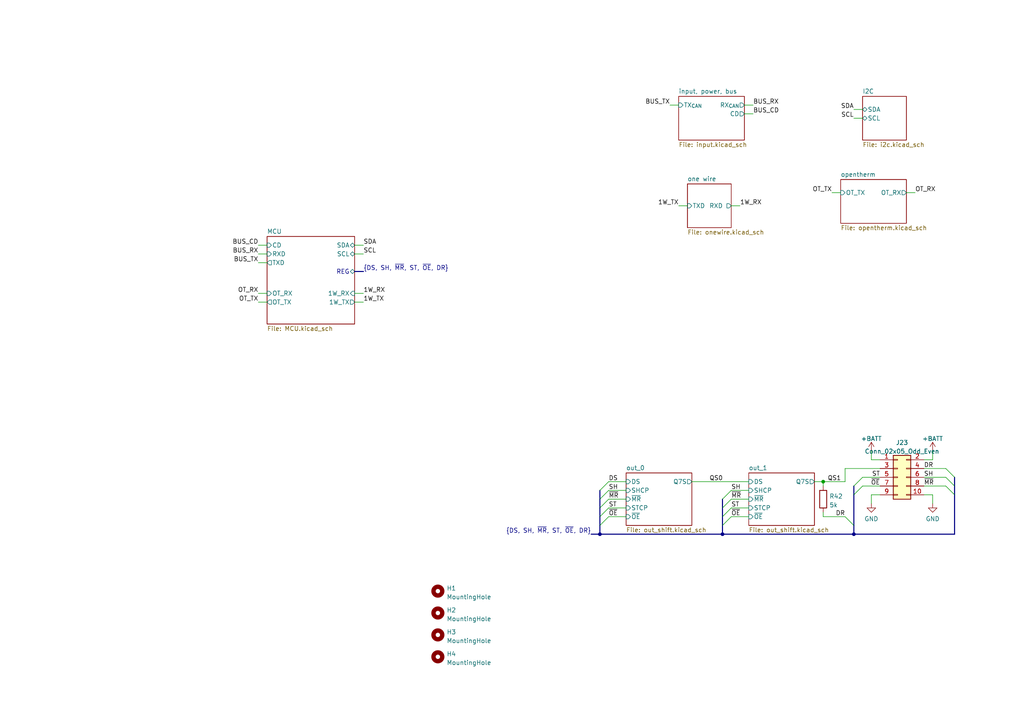
<source format=kicad_sch>
(kicad_sch (version 20230121) (generator eeschema)
  (paper "A4")
  (lib_symbols
    (symbol "Connector_Generic:Conn_02x05_Odd_Even" (pin_names (offset 1.016) hide)
      (property "Reference" "J" (at 1.27 7.62 0))
      (property "Value" "Conn_02x05_Odd_Even" (at 1.27 -7.62 0))
      (symbol "Conn_02x05_Odd_Even_1_1"
        (rectangle (start -1.27 -4.953) (end 0 -5.207) (stroke (width 0.1524)))
        (rectangle (start -1.27 -2.413) (end 0 -2.667) (stroke (width 0.1524)))
        (rectangle (start -1.27 0.127) (end 0 -0.127) (stroke (width 0.1524)))
        (rectangle (start -1.27 2.667) (end 0 2.413) (stroke (width 0.1524)))
        (rectangle (start -1.27 5.207) (end 0 4.953) (stroke (width 0.1524)))
        (rectangle (start -1.27 6.35) (end 3.81 -6.35) (stroke (width 0.254)) (fill (type background)))
        (rectangle (start 3.81 -4.953) (end 2.54 -5.207) (stroke (width 0.1524)))
        (rectangle (start 3.81 -2.413) (end 2.54 -2.667) (stroke (width 0.1524)))
        (rectangle (start 3.81 0.127) (end 2.54 -0.127) (stroke (width 0.1524)))
        (rectangle (start 3.81 2.667) (end 2.54 2.413) (stroke (width 0.1524)))
        (rectangle (start 3.81 5.207) (end 2.54 4.953) (stroke (width 0.1524)))
        (pin passive line (at -5.08 5.08 0) (length 3.81) (name "Pin_1") (number "1"))
        (pin passive line (at 7.62 -5.08 180) (length 3.81) (name "Pin_10") (number "10"))
        (pin passive line (at 7.62 5.08 180) (length 3.81) (name "Pin_2") (number "2"))
        (pin passive line (at -5.08 2.54 0) (length 3.81) (name "Pin_3") (number "3"))
        (pin passive line (at 7.62 2.54 180) (length 3.81) (name "Pin_4") (number "4"))
        (pin passive line (at -5.08 0 0) (length 3.81) (name "Pin_5") (number "5"))
        (pin passive line (at 7.62 0 180) (length 3.81) (name "Pin_6") (number "6"))
        (pin passive line (at -5.08 -2.54 0) (length 3.81) (name "Pin_7") (number "7"))
        (pin passive line (at 7.62 -2.54 180) (length 3.81) (name "Pin_8") (number "8"))
        (pin passive line (at -5.08 -5.08 0) (length 3.81) (name "Pin_9") (number "9"))
      )
    )
    (symbol "Device:R" (pin_numbers hide) (pin_names (offset 0))
      (property "Reference" "R" (at 2.032 0 90))
      (property "Value" "R" (at 0 0 90))
      (symbol "R_0_1"
        (rectangle (start -1.016 -2.54) (end 1.016 2.54) (stroke (width 0.254)))
      )
      (symbol "R_1_1"
        (pin passive line (at 0 3.81 270) (length 1.27) (name "~") (number "1"))
        (pin passive line (at 0 -3.81 90) (length 1.27) (name "~") (number "2"))
      )
    )
    (symbol "Mechanical:MountingHole" (pin_names (offset 1.016))
      (property "Reference" "H" (at 0 5.08 0))
      (property "Value" "MountingHole" (at 0 3.175 0))
      (symbol "MountingHole_0_1"
        (circle (center 0 0) (radius 1.27) (stroke (width 1.27)))
      )
    )
    (symbol "power:+BATT" (power) (pin_names (offset 0))
      (property "Value" "+BATT" (at 0 3.556 0))
      (symbol "+BATT_0_1"
        (polyline (pts (xy -0.762 1.27) (xy 0 2.54)))
        (polyline (pts (xy 0 0) (xy 0 2.54)))
        (polyline (pts (xy 0 2.54) (xy 0.762 1.27)))
      )
      (symbol "+BATT_1_1"
        (pin power_in line (at 0 0 90) (length 0) hide (name "+BATT") (number "1"))
      )
    )
    (symbol "power:GND" (power) (pin_names (offset 0))
      (property "Value" "GND" (at 0 -3.81 0))
      (symbol "GND_0_1"
        (polyline (pts (xy 0 0) (xy 0 -1.27) (xy 1.27 -1.27) (xy 0 -2.54) (xy -1.27 -1.27) (xy 0 -1.27)))
      )
      (symbol "GND_1_1"
        (pin power_in line (at 0 0 270) (length 0) hide (name "GND") (number "1"))
      )
    )
  )
  (junction (at 173.99 154.94))
  (junction (at 238.76 139.7))
  (junction (at 209.55 154.94))
  (junction (at 247.65 154.94))
  (bus_entry (at 274.32 135.89) (size 2.54 2.54))
  (bus_entry (at 212.09 147.32) (size -2.54 2.54))
  (bus_entry (at 212.09 144.78) (size -2.54 2.54))
  (bus_entry (at 212.09 149.86) (size -2.54 2.54))
  (bus_entry (at 212.09 142.24) (size -2.54 2.54))
  (bus_entry (at 176.53 147.32) (size -2.54 2.54))
  (bus_entry (at 176.53 142.24) (size -2.54 2.54))
  (bus_entry (at 176.53 149.86) (size -2.54 2.54))
  (bus_entry (at 176.53 144.78) (size -2.54 2.54))
  (bus_entry (at 176.53 139.7) (size -2.54 2.54))
  (bus_entry (at 274.32 138.43) (size 2.54 2.54))
  (bus_entry (at 274.32 140.97) (size 2.54 2.54))
  (bus_entry (at 250.19 140.97) (size -2.54 2.54))
  (bus_entry (at 245.11 149.86) (size 2.54 2.54))
  (bus_entry (at 250.19 138.43) (size -2.54 2.54))
  (wire (pts (xy 250.19 138.43) (xy 255.27 138.43)))
  (wire (pts (xy 262.89 55.88) (xy 265.43 55.88)))
  (wire (pts (xy 77.47 71.12) (xy 74.93 71.12)))
  (bus (pts (xy 247.65 152.4) (xy 247.65 154.94)))
  (wire (pts (xy 102.87 73.66) (xy 105.41 73.66)))
  (bus (pts (xy 209.55 144.78) (xy 209.55 147.32)))
  (bus (pts (xy 102.87 78.74) (xy 105.41 78.74)))
  (wire (pts (xy 212.09 59.69) (xy 214.63 59.69)))
  (bus (pts (xy 276.86 140.97) (xy 276.86 143.51)))
  (wire (pts (xy 270.51 146.05) (xy 270.51 143.51)))
  (wire (pts (xy 250.19 140.97) (xy 255.27 140.97)))
  (wire (pts (xy 194.31 30.48) (xy 196.85 30.48)))
  (wire (pts (xy 238.76 149.86) (xy 245.11 149.86)))
  (bus (pts (xy 173.99 149.86) (xy 173.99 152.4)))
  (wire (pts (xy 238.76 139.7) (xy 238.76 140.97)))
  (wire (pts (xy 274.32 140.97) (xy 267.97 140.97)))
  (wire (pts (xy 252.73 143.51) (xy 255.27 143.51)))
  (bus (pts (xy 209.55 152.4) (xy 209.55 154.94)))
  (bus (pts (xy 209.55 154.94) (xy 247.65 154.94)))
  (wire (pts (xy 238.76 139.7) (xy 245.11 139.7)))
  (bus (pts (xy 173.99 142.24) (xy 173.99 144.78)))
  (wire (pts (xy 77.47 85.09) (xy 74.93 85.09)))
  (wire (pts (xy 212.09 144.78) (xy 217.17 144.78)))
  (wire (pts (xy 267.97 133.35) (xy 270.51 133.35)))
  (wire (pts (xy 215.9 33.02) (xy 218.44 33.02)))
  (wire (pts (xy 102.87 85.09) (xy 105.41 85.09)))
  (wire (pts (xy 255.27 133.35) (xy 252.73 133.35)))
  (bus (pts (xy 173.99 144.78) (xy 173.99 147.32)))
  (wire (pts (xy 252.73 146.05) (xy 252.73 143.51)))
  (wire (pts (xy 215.9 30.48) (xy 218.44 30.48)))
  (bus (pts (xy 276.86 138.43) (xy 276.86 140.97)))
  (wire (pts (xy 102.87 71.12) (xy 105.41 71.12)))
  (wire (pts (xy 267.97 135.89) (xy 274.32 135.89)))
  (wire (pts (xy 212.09 142.24) (xy 217.17 142.24)))
  (wire (pts (xy 176.53 142.24) (xy 181.61 142.24)))
  (bus (pts (xy 209.55 154.94) (xy 173.99 154.94)))
  (wire (pts (xy 241.3 55.88) (xy 243.84 55.88)))
  (wire (pts (xy 196.85 59.69) (xy 199.39 59.69)))
  (bus (pts (xy 209.55 147.32) (xy 209.55 149.86)))
  (bus (pts (xy 209.55 149.86) (xy 209.55 152.4)))
  (wire (pts (xy 236.22 139.7) (xy 238.76 139.7)))
  (wire (pts (xy 250.19 31.75) (xy 247.65 31.75)))
  (wire (pts (xy 74.93 76.2) (xy 77.47 76.2)))
  (wire (pts (xy 212.09 147.32) (xy 217.17 147.32)))
  (wire (pts (xy 176.53 139.7) (xy 181.61 139.7)))
  (wire (pts (xy 176.53 147.32) (xy 181.61 147.32)))
  (wire (pts (xy 270.51 133.35) (xy 270.51 130.81)))
  (bus (pts (xy 247.65 154.94) (xy 276.86 154.94)))
  (bus (pts (xy 173.99 152.4) (xy 173.99 154.94)))
  (wire (pts (xy 102.87 87.63) (xy 105.41 87.63)))
  (wire (pts (xy 176.53 144.78) (xy 181.61 144.78)))
  (wire (pts (xy 74.93 87.63) (xy 77.47 87.63)))
  (bus (pts (xy 247.65 140.97) (xy 247.65 143.51)))
  (bus (pts (xy 171.45 154.94) (xy 173.99 154.94)))
  (wire (pts (xy 176.53 149.86) (xy 181.61 149.86)))
  (wire (pts (xy 250.19 34.29) (xy 247.65 34.29)))
  (wire (pts (xy 270.51 143.51) (xy 267.97 143.51)))
  (bus (pts (xy 173.99 147.32) (xy 173.99 149.86)))
  (wire (pts (xy 252.73 133.35) (xy 252.73 130.81)))
  (wire (pts (xy 200.66 139.7) (xy 217.17 139.7)))
  (wire (pts (xy 77.47 73.66) (xy 74.93 73.66)))
  (wire (pts (xy 245.11 139.7) (xy 245.11 135.89)))
  (bus (pts (xy 276.86 143.51) (xy 276.86 154.94)))
  (wire (pts (xy 212.09 149.86) (xy 217.17 149.86)))
  (wire (pts (xy 238.76 148.59) (xy 238.76 149.86)))
  (bus (pts (xy 247.65 143.51) (xy 247.65 152.4)))
  (wire (pts (xy 274.32 138.43) (xy 267.97 138.43)))
  (wire (pts (xy 245.11 135.89) (xy 255.27 135.89)))
  (label "SDA" (at 247.65 31.75 180))
  (label "1W_TX" (at 196.85 59.69 180))
  (label "~{MR}" (at 176.53 144.78 0))
  (label "SDA" (at 105.41 71.12 0))
  (label "~{MR}" (at 267.97 140.97 0))
  (label "SH" (at 212.09 142.24 0))
  (label "1W_RX" (at 214.63 59.69 0))
  (label "SH" (at 176.53 142.24 0))
  (label "BUS_TX" (at 194.31 30.48 180))
  (label "{DS, SH, ~{MR}, ST, ~{OE}, DR}" (at 171.45 154.94 180))
  (label "1W_RX" (at 105.41 85.09 0))
  (label "ST" (at 255.27 138.43 180))
  (label "BUS_CD" (at 74.93 71.12 180))
  (label "DS" (at 176.53 139.7 0))
  (label "ST" (at 176.53 147.32 0))
  (label "{DS, SH, ~{MR}, ST, ~{OE}, DR}" (at 105.41 78.74 0))
  (label "OT_RX" (at 265.43 55.88 0))
  (label "DR" (at 245.11 149.86 180))
  (label "BUS_RX" (at 74.93 73.66 180))
  (label "1W_TX" (at 105.41 87.63 0))
  (label "OT_TX" (at 74.93 87.63 180))
  (label "BUS_RX" (at 218.44 30.48 0))
  (label "OT_TX" (at 241.3 55.88 180))
  (label "SCL" (at 247.65 34.29 180))
  (label "QS0" (at 205.74 139.7 0))
  (label "OT_RX" (at 74.93 85.09 180))
  (label "~{MR}" (at 212.09 144.78 0))
  (label "BUS_TX" (at 74.93 76.2 180))
  (label "BUS_CD" (at 218.44 33.02 0))
  (label "ST" (at 212.09 147.32 0))
  (label "DR" (at 267.97 135.89 0))
  (label "~{OE}" (at 255.27 140.97 180))
  (label "~{OE}" (at 212.09 149.86 0))
  (label "~{OE}" (at 176.53 149.86 0))
  (label "QS1" (at 240.03 139.7 0))
  (label "SCL" (at 105.41 73.66 0))
  (label "SH" (at 267.97 138.43 0))
  (symbol (lib_id "Mechanical:MountingHole") (at 127 190.5 0) (unit 1)
    (property "Reference" "H4" (at 129.54 189.6653 0) (effects (justify left)))
    (property "Value" "MountingHole" (at 129.54 192.2022 0) (effects (justify left)))
    (property "Footprint" "MountingHole:MountingHole_3.2mm_M3" (effects hide))
  )
  (symbol (lib_id "power:+BATT") (at 270.51 130.81 0) (unit 1)
    (property "Reference" "#PWR0118" (effects hide))
    (property "Value" "+BATT" (at 270.51 127.2342 0))
  )
  (symbol (lib_id "Connector_Generic:Conn_02x05_Odd_Even") (at 260.35 138.43 0) (unit 1)
    (property "Reference" "J23" (at 261.62 128.3802 0))
    (property "Value" "Conn_02x05_Odd_Even" (at 261.62 130.9171 0))
    (property "Footprint" "Connector_IDC:IDC-Header_2x05_P2.54mm_Vertical" (effects hide))
  )
  (symbol (lib_id "Mechanical:MountingHole") (at 127 184.15 0) (unit 1)
    (property "Reference" "H3" (at 129.54 183.3153 0) (effects (justify left)))
    (property "Value" "MountingHole" (at 129.54 185.8522 0) (effects (justify left)))
    (property "Footprint" "MountingHole:MountingHole_3.2mm_M3" (effects hide))
  )
  (symbol (lib_id "power:+BATT") (at 252.73 130.81 0) (unit 1)
    (property "Reference" "#PWR0193" (effects hide))
    (property "Value" "+BATT" (at 252.73 127.2342 0))
  )
  (symbol (lib_id "power:GND") (at 270.51 146.05 0) (unit 1)
    (property "Reference" "#PWR0109" (effects hide))
    (property "Value" "GND" (at 270.51 150.4934 0))
  )
  (symbol (lib_id "Mechanical:MountingHole") (at 127 171.45 0) (unit 1)
    (property "Reference" "H1" (at 129.54 170.6153 0) (effects (justify left)))
    (property "Value" "MountingHole" (at 129.54 173.1522 0) (effects (justify left)))
    (property "Footprint" "MountingHole:MountingHole_3.2mm_M3" (effects hide))
  )
  (symbol (lib_id "Mechanical:MountingHole") (at 127 177.8 0) (unit 1)
    (property "Reference" "H2" (at 129.54 176.9653 0) (effects (justify left)))
    (property "Value" "MountingHole" (at 129.54 179.5022 0) (effects (justify left)))
    (property "Footprint" "MountingHole:MountingHole_3.2mm_M3" (effects hide))
  )
  (symbol (lib_id "Device:R") (at 238.76 144.78 0) (unit 1)
    (property "Reference" "R42" (at 240.538 143.9453 0) (effects (justify left)))
    (property "Value" "5k" (at 240.538 146.4822 0) (effects (justify left)))
    (property "Footprint" "Resistor_SMD:R_0603_1608Metric" (effects hide))
  )
  (symbol (lib_id "power:GND") (at 252.73 146.05 0) (unit 1)
    (property "Reference" "#PWR0117" (effects hide))
    (property "Value" "GND" (at 252.73 150.4934 0))
  )
  (sheet (at 199.39 53.34) (size 12.7 12.7) (stroke (width 0.1524))
    (property "Sheetname" "one wire" (at 199.39 52.6284 0) (effects (justify left bottom)))
    (property "Sheetfile" "onewire.kicad_sch" (at 199.39 66.6246 0) (effects (justify left top)))
    (pin "RXD " output (at 212.09 59.69 0))
    (pin "TXD" input (at 199.39 59.69 180))
  )
  (sheet (at 243.84 52.07) (size 19.05 12.7) (stroke (width 0.1524))
    (property "Sheetname" "opentherm" (at 243.84 51.3584 0) (effects (justify left bottom)))
    (property "Sheetfile" "opentherm.kicad_sch" (at 243.84 65.3546 0) (effects (justify left top)))
    (pin "OT_TX" input (at 243.84 55.88 180))
    (pin "OT_RX" output (at 262.89 55.88 0))
  )
  (sheet (at 77.47 68.58) (size 25.4 25.4) (stroke (width 0.1524))
    (property "Sheetname" "MCU" (at 77.47 67.8684 0) (effects (justify left bottom)))
    (property "Sheetfile" "MCU.kicad_sch" (at 77.47 94.5646 0) (effects (justify left top)))
    (pin "SDA" bidirectional (at 102.87 71.12 0))
    (pin "SCL" bidirectional (at 102.87 73.66 0))
    (pin "CD" input (at 77.47 71.12 180))
    (pin "TXD" output (at 77.47 76.2 180))
    (pin "RXD" input (at 77.47 73.66 180))
    (pin "REG" bidirectional (at 102.87 78.74 0))
    (pin "OT_TX" output (at 77.47 87.63 180))
    (pin "OT_RX" input (at 77.47 85.09 180))
    (pin "1W_RX" input (at 102.87 85.09 0))
    (pin "1W_TX" output (at 102.87 87.63 0))
  )
  (sheet (at 196.85 27.94) (size 19.05 12.7) (stroke (width 0.1524))
    (property "Sheetname" "input, power, bus" (at 196.85 27.2284 0) (effects (justify left bottom)))
    (property "Sheetfile" "input.kicad_sch" (at 196.85 41.2246 0) (effects (justify left top)))
    (pin "TX_{CAN}" input (at 196.85 30.48 180))
    (pin "RX_{CAN}" output (at 215.9 30.48 0))
    (pin "CD" output (at 215.9 33.02 0))
  )
  (sheet (at 250.19 27.94) (size 12.7 12.7) (stroke (width 0.1524))
    (property "Sheetname" "I2C" (at 250.19 27.2284 0) (effects (justify left bottom)))
    (property "Sheetfile" "i2c.kicad_sch" (at 250.19 41.2246 0) (effects (justify left top)))
    (pin "SDA" bidirectional (at 250.19 31.75 180))
    (pin "SCL" bidirectional (at 250.19 34.29 180))
  )
  (sheet (at 181.61 137.16) (size 19.05 15.24) (stroke (width 0.1524))
    (property "Sheetname" "out_0" (at 181.61 136.4484 0) (effects (justify left bottom)))
    (property "Sheetfile" "out_shift.kicad_sch" (at 181.61 152.9846 0) (effects (justify left top)))
    (pin "Q7S" output (at 200.66 139.7 0))
    (pin "DS" input (at 181.61 139.7 180))
    (pin "SHCP" input (at 181.61 142.24 180))
    (pin "~{MR}" input (at 181.61 144.78 180))
    (pin "STCP" input (at 181.61 147.32 180))
    (pin "~{OE}" input (at 181.61 149.86 180))
  )
  (sheet (at 217.17 137.16) (size 19.05 15.24) (stroke (width 0.1524))
    (property "Sheetname" "out_1" (at 217.17 136.4484 0) (effects (justify left bottom)))
    (property "Sheetfile" "out_shift.kicad_sch" (at 217.17 152.9846 0) (effects (justify left top)))
    (pin "Q7S" output (at 236.22 139.7 0))
    (pin "DS" input (at 217.17 139.7 180))
    (pin "SHCP" input (at 217.17 142.24 180))
    (pin "~{MR}" input (at 217.17 144.78 180))
    (pin "STCP" input (at 217.17 147.32 180))
    (pin "~{OE}" input (at 217.17 149.86 180))
  )
)
</source>
